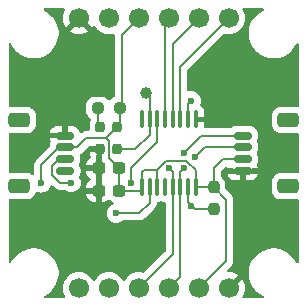
<source format=gbr>
%TF.GenerationSoftware,KiCad,Pcbnew,8.0.7*%
%TF.CreationDate,2025-02-08T23:44:29-05:00*%
%TF.ProjectId,QwiicUART-Board,51776969-6355-4415-9254-2d426f617264,0.0.2*%
%TF.SameCoordinates,PX853a720PY66f2fb0*%
%TF.FileFunction,Copper,L1,Top*%
%TF.FilePolarity,Positive*%
%FSLAX46Y46*%
G04 Gerber Fmt 4.6, Leading zero omitted, Abs format (unit mm)*
G04 Created by KiCad (PCBNEW 8.0.7) date 2025-02-08 23:44:29*
%MOMM*%
%LPD*%
G01*
G04 APERTURE LIST*
G04 Aperture macros list*
%AMRoundRect*
0 Rectangle with rounded corners*
0 $1 Rounding radius*
0 $2 $3 $4 $5 $6 $7 $8 $9 X,Y pos of 4 corners*
0 Add a 4 corners polygon primitive as box body*
4,1,4,$2,$3,$4,$5,$6,$7,$8,$9,$2,$3,0*
0 Add four circle primitives for the rounded corners*
1,1,$1+$1,$2,$3*
1,1,$1+$1,$4,$5*
1,1,$1+$1,$6,$7*
1,1,$1+$1,$8,$9*
0 Add four rect primitives between the rounded corners*
20,1,$1+$1,$2,$3,$4,$5,0*
20,1,$1+$1,$4,$5,$6,$7,0*
20,1,$1+$1,$6,$7,$8,$9,0*
20,1,$1+$1,$8,$9,$2,$3,0*%
G04 Aperture macros list end*
%TA.AperFunction,SMDPad,CuDef*%
%ADD10RoundRect,0.237500X0.250000X0.237500X-0.250000X0.237500X-0.250000X-0.237500X0.250000X-0.237500X0*%
%TD*%
%TA.AperFunction,SMDPad,CuDef*%
%ADD11RoundRect,0.100000X0.100000X-0.637500X0.100000X0.637500X-0.100000X0.637500X-0.100000X-0.637500X0*%
%TD*%
%TA.AperFunction,SMDPad,CuDef*%
%ADD12RoundRect,0.237500X-0.300000X-0.237500X0.300000X-0.237500X0.300000X0.237500X-0.300000X0.237500X0*%
%TD*%
%TA.AperFunction,SMDPad,CuDef*%
%ADD13RoundRect,0.150000X0.625000X-0.150000X0.625000X0.150000X-0.625000X0.150000X-0.625000X-0.150000X0*%
%TD*%
%TA.AperFunction,SMDPad,CuDef*%
%ADD14RoundRect,0.250000X0.650000X-0.350000X0.650000X0.350000X-0.650000X0.350000X-0.650000X-0.350000X0*%
%TD*%
%TA.AperFunction,ComponentPad*%
%ADD15C,1.000000*%
%TD*%
%TA.AperFunction,SMDPad,CuDef*%
%ADD16RoundRect,0.150000X-0.625000X0.150000X-0.625000X-0.150000X0.625000X-0.150000X0.625000X0.150000X0*%
%TD*%
%TA.AperFunction,SMDPad,CuDef*%
%ADD17RoundRect,0.250000X-0.650000X0.350000X-0.650000X-0.350000X0.650000X-0.350000X0.650000X0.350000X0*%
%TD*%
%TA.AperFunction,SMDPad,CuDef*%
%ADD18RoundRect,0.200000X-0.200000X-0.250000X0.200000X-0.250000X0.200000X0.250000X-0.200000X0.250000X0*%
%TD*%
%TA.AperFunction,SMDPad,CuDef*%
%ADD19RoundRect,0.237500X-0.237500X0.250000X-0.237500X-0.250000X0.237500X-0.250000X0.237500X0.250000X0*%
%TD*%
%TA.AperFunction,ComponentPad*%
%ADD20C,1.700000*%
%TD*%
%TA.AperFunction,ViaPad*%
%ADD21C,0.600000*%
%TD*%
%TA.AperFunction,Conductor*%
%ADD22C,0.200000*%
%TD*%
G04 APERTURE END LIST*
D10*
%TO.P,R2,1*%
%TO.N,+3.3V*%
X-2897500Y3810000D03*
%TO.P,R2,2*%
%TO.N,Net-(X1-Tri-State)*%
X-4722500Y3810000D03*
%TD*%
D11*
%TO.P,U1,1,VDD*%
%TO.N,+3.3V*%
X-1005000Y-2862500D03*
%TO.P,U1,2,A0/~{CS}*%
%TO.N,/A0*%
X-355000Y-2862500D03*
%TO.P,U1,3,A1/SI*%
%TO.N,+3.3V*%
X295000Y-2862500D03*
%TO.P,U1,4,SO*%
%TO.N,unconnected-(U1-SO-Pad4)*%
X945000Y-2862500D03*
%TO.P,U1,5,SCL/SCLK*%
%TO.N,/SCL*%
X1595000Y-2862500D03*
%TO.P,U1,6,SDA*%
%TO.N,/SDA*%
X2245000Y-2862500D03*
%TO.P,U1,7,~{IRQ}*%
%TO.N,/~{INT}*%
X2895000Y-2862500D03*
%TO.P,U1,8,I2C/~{SPI}*%
%TO.N,+3.3V*%
X3545000Y-2862500D03*
%TO.P,U1,9,VSS*%
%TO.N,GND*%
X3545000Y2862500D03*
%TO.P,U1,10,~{RTS}*%
%TO.N,/~{RTS}*%
X2895000Y2862500D03*
%TO.P,U1,11,~{CTS}*%
%TO.N,/~{CTS}*%
X2245000Y2862500D03*
%TO.P,U1,12,TX*%
%TO.N,/TX*%
X1595000Y2862500D03*
%TO.P,U1,13,RX*%
%TO.N,/RX*%
X945000Y2862500D03*
%TO.P,U1,14,~{RESET}*%
%TO.N,/~{RST}*%
X295000Y2862500D03*
%TO.P,U1,15,XTAL1*%
%TO.N,/CLK*%
X-355000Y2862500D03*
%TO.P,U1,16,XTAL2*%
%TO.N,unconnected-(U1-XTAL2-Pad16)*%
X-1005000Y2862500D03*
%TD*%
D12*
%TO.P,C1,1*%
%TO.N,GND*%
X-4672500Y-1270000D03*
%TO.P,C1,2*%
%TO.N,+3.3V*%
X-2947500Y-1270000D03*
%TD*%
%TO.P,C2,1*%
%TO.N,GND*%
X-4672500Y-3175000D03*
%TO.P,C2,2*%
%TO.N,+3.3V*%
X-2947500Y-3175000D03*
%TD*%
D13*
%TO.P,J2,1,Pin_1*%
%TO.N,GND*%
X7525000Y-1500000D03*
%TO.P,J2,2,Pin_2*%
%TO.N,+3.3V*%
X7525000Y-500000D03*
%TO.P,J2,3,Pin_3*%
%TO.N,/SDA*%
X7525000Y500000D03*
%TO.P,J2,4,Pin_4*%
%TO.N,/SCL*%
X7525000Y1500000D03*
D14*
%TO.P,J2,MP,MountPin*%
%TO.N,unconnected-(J2-MountPin-PadMP)_1*%
X11400000Y-2800000D03*
%TO.N,unconnected-(J2-MountPin-PadMP)*%
X11400000Y2800000D03*
%TD*%
D15*
%TO.P,TP1,1,1*%
%TO.N,/CLK*%
X-635000Y5080000D03*
%TD*%
D16*
%TO.P,J1,1,Pin_1*%
%TO.N,GND*%
X-7525000Y1500000D03*
%TO.P,J1,2,Pin_2*%
%TO.N,+3.3V*%
X-7525000Y500000D03*
%TO.P,J1,3,Pin_3*%
%TO.N,/SDA*%
X-7525000Y-500000D03*
%TO.P,J1,4,Pin_4*%
%TO.N,/SCL*%
X-7525000Y-1500000D03*
D17*
%TO.P,J1,MP,MountPin*%
%TO.N,unconnected-(J1-MountPin-PadMP)*%
X-11400000Y2800000D03*
%TO.N,unconnected-(J1-MountPin-PadMP)_1*%
X-11400000Y-2800000D03*
%TD*%
D18*
%TO.P,X1,1,Tri-State*%
%TO.N,Net-(X1-Tri-State)*%
X-4535000Y2195000D03*
%TO.P,X1,2,GND*%
%TO.N,GND*%
X-4535000Y345000D03*
%TO.P,X1,3,OUT*%
%TO.N,/CLK*%
X-3085000Y345000D03*
%TO.P,X1,4,VDD*%
%TO.N,+3.3V*%
X-3085000Y2195000D03*
%TD*%
D19*
%TO.P,R1,1*%
%TO.N,+3.3V*%
X5080000Y-2897500D03*
%TO.P,R1,2*%
%TO.N,/~{INT}*%
X5080000Y-4722500D03*
%TD*%
D20*
%TO.P,J4,1,Pin_1*%
%TO.N,GND*%
X6350000Y-11430000D03*
%TO.P,J4,2,Pin_2*%
%TO.N,+3.3V*%
X3810000Y-11430000D03*
%TO.P,J4,3,Pin_3*%
%TO.N,/SDA*%
X1270000Y-11430000D03*
%TO.P,J4,4,Pin_4*%
%TO.N,/SCL*%
X-1270000Y-11430000D03*
%TO.P,J4,5,Pin_5*%
%TO.N,/~{INT}*%
X-3810000Y-11430000D03*
%TO.P,J4,6,Pin_6*%
%TO.N,/~{RST}*%
X-6350000Y-11430000D03*
%TD*%
%TO.P,J3,1,Pin_1*%
%TO.N,GND*%
X-6350000Y11430000D03*
%TO.P,J3,2,Pin_2*%
%TO.N,/~{RTS}*%
X-3810000Y11430000D03*
%TO.P,J3,3,Pin_3*%
%TO.N,+3.3V*%
X-1270000Y11430000D03*
%TO.P,J3,4,Pin_4*%
%TO.N,/RX*%
X1270000Y11430000D03*
%TO.P,J3,5,Pin_5*%
%TO.N,/TX*%
X3810000Y11430000D03*
%TO.P,J3,6,Pin_6*%
%TO.N,/~{CTS}*%
X6350000Y11430000D03*
%TD*%
D21*
%TO.N,GND*%
X5080000Y2540000D03*
X9525000Y-5715000D03*
X-6985000Y-6350000D03*
X-7620000Y3810000D03*
X635000Y-5080000D03*
X-635000Y-6350000D03*
X10795000Y-5715000D03*
X-6350000Y3810000D03*
X-4445000Y-6350000D03*
X-9525000Y-6350000D03*
X5080000Y3810000D03*
%TO.N,+3.3V*%
X-9525000Y-2540000D03*
%TO.N,/SDA*%
X3492500Y-317500D03*
X-6985000Y-2500000D03*
X2540000Y-1270000D03*
%TO.N,/SCL*%
X-6985000Y-1500000D03*
X1270000Y-1270000D03*
X2540000Y0D03*
%TO.N,/~{RTS}*%
X3175000Y4445000D03*
%TO.N,/~{RST}*%
X-1905000Y-2540000D03*
%TO.N,/~{INT}*%
X3175000Y-4445000D03*
%TO.N,/A0*%
X-3175000Y-5095000D03*
%TD*%
D22*
%TO.N,+3.3V*%
X-3810000Y-407500D02*
X-3810000Y1070000D01*
X-1005000Y-3175000D02*
X-1005000Y-2862500D01*
X-2897500Y3810000D02*
X-2897500Y2382500D01*
X1056471Y-635000D02*
X2753530Y-635000D01*
X-2947500Y-1270000D02*
X-2947500Y-3175000D01*
X-3085000Y2195000D02*
X-4010000Y1270000D01*
X-6485000Y500000D02*
X-7525000Y500000D01*
X-2718750Y3988750D02*
X-2718750Y9981250D01*
X295000Y-1396471D02*
X-795699Y-1396471D01*
X6110000Y-9130000D02*
X3810000Y-11430000D01*
X5850000Y-500000D02*
X5080000Y-1270000D01*
X-9525000Y-1015000D02*
X-8010000Y500000D01*
X5080000Y-1270000D02*
X5080000Y-2897500D01*
X-2947500Y-3175000D02*
X-1005000Y-3175000D01*
X2753530Y-635000D02*
X3545000Y-1426470D01*
X6110000Y-3927500D02*
X6110000Y-9130000D01*
X295000Y-1396471D02*
X1056471Y-635000D01*
X-795699Y-1396471D02*
X-1005000Y-1605772D01*
X-2718750Y9981250D02*
X-1270000Y11430000D01*
X3545000Y-2862500D02*
X5045000Y-2862500D01*
X5045000Y-2862500D02*
X5080000Y-2897500D01*
X7525000Y-500000D02*
X5850000Y-500000D01*
X3545000Y-1426470D02*
X3545000Y-2862500D01*
X-1005000Y-1605772D02*
X-1005000Y-2862500D01*
X-5715000Y1270000D02*
X-6485000Y500000D01*
X-4010000Y1270000D02*
X-5715000Y1270000D01*
X-2897500Y3810000D02*
X-2718750Y3988750D01*
X-3810000Y1070000D02*
X-4010000Y1270000D01*
X-8010000Y500000D02*
X-7525000Y500000D01*
X-2897500Y2382500D02*
X-3085000Y2195000D01*
X-2947500Y-1270000D02*
X-3810000Y-407500D01*
X-9525000Y-2540000D02*
X-9525000Y-1015000D01*
X295000Y-2862500D02*
X295000Y-1396471D01*
X5080000Y-2897500D02*
X6110000Y-3927500D01*
%TO.N,/SDA*%
X2245000Y-10455000D02*
X1270000Y-11430000D01*
X2245000Y-2862500D02*
X2245000Y-1565000D01*
X-8600276Y-1840276D02*
X-8600276Y-1090276D01*
X2245000Y-1565000D02*
X2540000Y-1270000D01*
X-8010000Y-500000D02*
X-7525000Y-500000D01*
X2245000Y-2862500D02*
X2245000Y-10455000D01*
X7525000Y500000D02*
X4310000Y500000D01*
X4310000Y500000D02*
X3492500Y-317500D01*
X-8600276Y-1090276D02*
X-8010000Y-500000D01*
X-6985000Y-2500000D02*
X-7940552Y-2500000D01*
X-7940552Y-2500000D02*
X-8600276Y-1840276D01*
%TO.N,/SCL*%
X2540000Y0D02*
X4040000Y1500000D01*
X1595000Y-2862500D02*
X1595000Y-1595000D01*
X1595000Y-8565000D02*
X-1270000Y-11430000D01*
X1595000Y-1595000D02*
X1270000Y-1270000D01*
X4040000Y1500000D02*
X7525000Y1500000D01*
X1595000Y-2862500D02*
X1595000Y-8565000D01*
X-7525000Y-1500000D02*
X-6985000Y-1500000D01*
%TO.N,/RX*%
X945000Y2862500D02*
X945000Y11105000D01*
X945000Y11105000D02*
X1270000Y11430000D01*
%TO.N,/~{RTS}*%
X2895000Y4165000D02*
X3175000Y4445000D01*
X2895000Y2862500D02*
X2895000Y4165000D01*
%TO.N,/~{CTS}*%
X2245000Y2862500D02*
X2245000Y7325000D01*
X2245000Y7325000D02*
X6350000Y11430000D01*
%TO.N,/TX*%
X1595000Y9215000D02*
X3810000Y11430000D01*
X1595000Y2862500D02*
X1595000Y9215000D01*
%TO.N,/~{RST}*%
X295000Y930000D02*
X-1905000Y-1270000D01*
X-1905000Y-1270000D02*
X-1905000Y-2540000D01*
X295000Y2862500D02*
X295000Y930000D01*
%TO.N,/~{INT}*%
X5080000Y-4722500D02*
X3452500Y-4722500D01*
X2895000Y-2862500D02*
X2895000Y-4165000D01*
X3452500Y-4722500D02*
X3175000Y-4445000D01*
X2895000Y-4165000D02*
X3175000Y-4445000D01*
%TO.N,/A0*%
X-355000Y-4200000D02*
X-1250000Y-5095000D01*
X-1250000Y-5095000D02*
X-3175000Y-5095000D01*
X-355000Y-2862500D02*
X-355000Y-4200000D01*
%TO.N,Net-(X1-Tri-State)*%
X-4722500Y3810000D02*
X-4722500Y2382500D01*
X-4722500Y2382500D02*
X-4535000Y2195000D01*
%TO.N,/CLK*%
X-355000Y2862500D02*
X-355000Y4800000D01*
X-3085000Y345000D02*
X-1560000Y345000D01*
X-1560000Y345000D02*
X-355000Y1550000D01*
X-355000Y1550000D02*
X-355000Y2862500D01*
X-355000Y4800000D02*
X-635000Y5080000D01*
%TD*%
%TA.AperFunction,Conductor*%
%TO.N,GND*%
G36*
X-4591961Y575315D02*
G01*
X-4546206Y522511D01*
X-4535000Y471000D01*
X-4535000Y345000D01*
X-4534500Y345000D01*
X-4467461Y325315D01*
X-4421706Y272511D01*
X-4410500Y221000D01*
X-4410500Y-320830D01*
X-4410501Y-320848D01*
X-4410501Y-486554D01*
X-4410502Y-486554D01*
X-4407768Y-496756D01*
X-4379064Y-603883D01*
X-4380726Y-673731D01*
X-4411156Y-723655D01*
X-4422500Y-734999D01*
X-4422500Y-4149999D01*
X-4323360Y-4149999D01*
X-4323346Y-4149998D01*
X-4222348Y-4139680D01*
X-4058700Y-4085453D01*
X-4058689Y-4085448D01*
X-3911965Y-3994947D01*
X-3898040Y-3981021D01*
X-3836718Y-3947533D01*
X-3767027Y-3952514D01*
X-3722673Y-3981017D01*
X-3708350Y-3995340D01*
X-3561516Y-4085908D01*
X-3472247Y-4115489D01*
X-3414803Y-4155261D01*
X-3387980Y-4219776D01*
X-3400295Y-4288552D01*
X-3447838Y-4339752D01*
X-3470296Y-4350235D01*
X-3524521Y-4369209D01*
X-3677263Y-4465184D01*
X-3804816Y-4592737D01*
X-3900789Y-4745476D01*
X-3960369Y-4915745D01*
X-3960370Y-4915750D01*
X-3980565Y-5094996D01*
X-3980565Y-5095003D01*
X-3960370Y-5274249D01*
X-3960369Y-5274254D01*
X-3900789Y-5444523D01*
X-3804816Y-5597262D01*
X-3677262Y-5724816D01*
X-3524522Y-5820789D01*
X-3488993Y-5833221D01*
X-3354255Y-5880368D01*
X-3354250Y-5880369D01*
X-3175004Y-5900565D01*
X-3175000Y-5900565D01*
X-3174996Y-5900565D01*
X-2995751Y-5880369D01*
X-2995748Y-5880368D01*
X-2995745Y-5880368D01*
X-2825478Y-5820789D01*
X-2672738Y-5724816D01*
X-2672733Y-5724810D01*
X-2669903Y-5722555D01*
X-2667725Y-5721665D01*
X-2666842Y-5721111D01*
X-2666745Y-5721265D01*
X-2605217Y-5696145D01*
X-2592588Y-5695500D01*
X-1336669Y-5695500D01*
X-1336653Y-5695501D01*
X-1329057Y-5695501D01*
X-1170946Y-5695501D01*
X-1170943Y-5695501D01*
X-1018215Y-5654577D01*
X-968096Y-5625639D01*
X-881284Y-5575520D01*
X-769480Y-5463716D01*
X-769480Y-5463714D01*
X-759272Y-5453507D01*
X-759270Y-5453504D01*
X3506Y-4690728D01*
X3511Y-4690724D01*
X13714Y-4680520D01*
X13716Y-4680520D01*
X125520Y-4568716D01*
X179733Y-4474815D01*
X196946Y-4445002D01*
X196947Y-4445001D01*
X200042Y-4439638D01*
X204577Y-4431785D01*
X245500Y-4279057D01*
X245500Y-4224499D01*
X265185Y-4157460D01*
X317989Y-4111705D01*
X369500Y-4100499D01*
X434362Y-4100499D01*
X456520Y-4097581D01*
X551762Y-4085044D01*
X572545Y-4076434D01*
X642014Y-4068965D01*
X667453Y-4076434D01*
X688238Y-4085044D01*
X805639Y-4100500D01*
X870500Y-4100499D01*
X937538Y-4120183D01*
X983294Y-4172986D01*
X994500Y-4224499D01*
X994500Y-8264902D01*
X974815Y-8331941D01*
X958181Y-8352583D01*
X-786470Y-10097233D01*
X-847793Y-10130718D01*
X-906244Y-10129327D01*
X-1034587Y-10094938D01*
X-1034597Y-10094936D01*
X-1269999Y-10074341D01*
X-1270001Y-10074341D01*
X-1505404Y-10094936D01*
X-1505414Y-10094938D01*
X-1733656Y-10156094D01*
X-1733665Y-10156098D01*
X-1947829Y-10255964D01*
X-1947831Y-10255965D01*
X-2141403Y-10391505D01*
X-2308495Y-10558597D01*
X-2438425Y-10744158D01*
X-2493002Y-10787783D01*
X-2562500Y-10794977D01*
X-2624855Y-10763454D01*
X-2641575Y-10744158D01*
X-2771506Y-10558597D01*
X-2938598Y-10391506D01*
X-2938605Y-10391501D01*
X-3132166Y-10255967D01*
X-3132170Y-10255965D01*
X-3212533Y-10218491D01*
X-3346337Y-10156097D01*
X-3346341Y-10156096D01*
X-3346345Y-10156094D01*
X-3574587Y-10094938D01*
X-3574597Y-10094936D01*
X-3809999Y-10074341D01*
X-3810001Y-10074341D01*
X-4045404Y-10094936D01*
X-4045414Y-10094938D01*
X-4273656Y-10156094D01*
X-4273665Y-10156098D01*
X-4487829Y-10255964D01*
X-4487831Y-10255965D01*
X-4681403Y-10391505D01*
X-4848495Y-10558597D01*
X-4978425Y-10744158D01*
X-5033002Y-10787783D01*
X-5102500Y-10794977D01*
X-5164855Y-10763454D01*
X-5181575Y-10744158D01*
X-5311506Y-10558597D01*
X-5478598Y-10391506D01*
X-5478605Y-10391501D01*
X-5672166Y-10255967D01*
X-5672170Y-10255965D01*
X-5752533Y-10218491D01*
X-5886337Y-10156097D01*
X-5886341Y-10156096D01*
X-5886345Y-10156094D01*
X-6114587Y-10094938D01*
X-6114597Y-10094936D01*
X-6349999Y-10074341D01*
X-6350001Y-10074341D01*
X-6585404Y-10094936D01*
X-6585414Y-10094938D01*
X-6813656Y-10156094D01*
X-6813665Y-10156098D01*
X-7027829Y-10255964D01*
X-7027831Y-10255965D01*
X-7221403Y-10391505D01*
X-7388495Y-10558597D01*
X-7524035Y-10752169D01*
X-7524036Y-10752171D01*
X-7623902Y-10966335D01*
X-7623906Y-10966344D01*
X-7685062Y-11194586D01*
X-7685064Y-11194596D01*
X-7705659Y-11429999D01*
X-7705659Y-11430000D01*
X-7685064Y-11665403D01*
X-7685062Y-11665413D01*
X-7623906Y-11893655D01*
X-7623904Y-11893659D01*
X-7623903Y-11893663D01*
X-7551972Y-12047919D01*
X-7524035Y-12107830D01*
X-7521326Y-12112522D01*
X-7523320Y-12113673D01*
X-7504126Y-12170574D01*
X-7521132Y-12238343D01*
X-7572077Y-12286159D01*
X-7628028Y-12299500D01*
X-9212949Y-12299500D01*
X-9279988Y-12279815D01*
X-9325743Y-12227011D01*
X-9335687Y-12157853D01*
X-9306662Y-12094297D01*
X-9260401Y-12060939D01*
X-9228988Y-12047927D01*
X-9228985Y-12047925D01*
X-9228979Y-12047923D01*
X-8990521Y-11910249D01*
X-8772072Y-11742628D01*
X-8577372Y-11547928D01*
X-8409751Y-11329479D01*
X-8272077Y-11091021D01*
X-8166705Y-10836632D01*
X-8095440Y-10570666D01*
X-8059500Y-10297674D01*
X-8059500Y-10022326D01*
X-8095440Y-9749334D01*
X-8166705Y-9483368D01*
X-8272077Y-9228979D01*
X-8272079Y-9228976D01*
X-8272081Y-9228971D01*
X-8321268Y-9143778D01*
X-8409751Y-8990521D01*
X-8577372Y-8772072D01*
X-8577377Y-8772066D01*
X-8772067Y-8577376D01*
X-8772074Y-8577370D01*
X-8990517Y-8409754D01*
X-8990518Y-8409753D01*
X-8990521Y-8409751D01*
X-9089539Y-8352583D01*
X-9228972Y-8272080D01*
X-9228983Y-8272075D01*
X-9483370Y-8166704D01*
X-9616351Y-8131072D01*
X-9749334Y-8095440D01*
X-9749340Y-8095439D01*
X-9749345Y-8095438D01*
X-10022316Y-8059501D01*
X-10022321Y-8059500D01*
X-10022326Y-8059500D01*
X-10297674Y-8059500D01*
X-10297680Y-8059500D01*
X-10297685Y-8059501D01*
X-10570656Y-8095438D01*
X-10570663Y-8095439D01*
X-10570666Y-8095440D01*
X-10626875Y-8110500D01*
X-10836631Y-8166704D01*
X-11091018Y-8272075D01*
X-11091029Y-8272080D01*
X-11329484Y-8409754D01*
X-11547927Y-8577370D01*
X-11547934Y-8577376D01*
X-11742624Y-8772066D01*
X-11742630Y-8772073D01*
X-11910246Y-8990516D01*
X-12047920Y-9228971D01*
X-12047923Y-9228978D01*
X-12060939Y-9260402D01*
X-12104781Y-9314805D01*
X-12171075Y-9336869D01*
X-12238774Y-9319589D01*
X-12286384Y-9268452D01*
X-12299500Y-9212948D01*
X-12299500Y-4017433D01*
X-12279815Y-3950394D01*
X-12227011Y-3904639D01*
X-12162898Y-3894075D01*
X-12100009Y-3900500D01*
X-10699992Y-3900499D01*
X-10597203Y-3889999D01*
X-10430666Y-3834814D01*
X-10281344Y-3742712D01*
X-10157288Y-3618656D01*
X-10065186Y-3469334D01*
X-10062641Y-3461654D01*
X-5709999Y-3461654D01*
X-5699681Y-3562652D01*
X-5645454Y-3726300D01*
X-5645449Y-3726311D01*
X-5554948Y-3873034D01*
X-5554945Y-3873038D01*
X-5433039Y-3994944D01*
X-5433035Y-3994947D01*
X-5286312Y-4085448D01*
X-5286301Y-4085453D01*
X-5122653Y-4139680D01*
X-5021649Y-4149999D01*
X-4922500Y-4149998D01*
X-4922500Y-3425000D01*
X-5709999Y-3425000D01*
X-5709999Y-3461654D01*
X-10062641Y-3461654D01*
X-10024593Y-3346830D01*
X-9984822Y-3289388D01*
X-9920306Y-3262564D01*
X-9865933Y-3268795D01*
X-9704263Y-3325366D01*
X-9704257Y-3325367D01*
X-9704255Y-3325368D01*
X-9704254Y-3325368D01*
X-9704250Y-3325369D01*
X-9525004Y-3345565D01*
X-9525000Y-3345565D01*
X-9524996Y-3345565D01*
X-9345751Y-3325369D01*
X-9345748Y-3325368D01*
X-9345745Y-3325368D01*
X-9175478Y-3265789D01*
X-9022738Y-3169816D01*
X-8895184Y-3042262D01*
X-8799211Y-2889522D01*
X-8760978Y-2780256D01*
X-8720258Y-2723483D01*
X-8655305Y-2697735D01*
X-8586743Y-2711191D01*
X-8556256Y-2733532D01*
X-8509529Y-2780259D01*
X-8309268Y-2980520D01*
X-8309266Y-2980521D01*
X-8309262Y-2980524D01*
X-8234367Y-3023764D01*
X-8172336Y-3059577D01*
X-8019609Y-3100501D01*
X-8019607Y-3100501D01*
X-7853898Y-3100501D01*
X-7853882Y-3100500D01*
X-7567412Y-3100500D01*
X-7500373Y-3120185D01*
X-7490097Y-3127555D01*
X-7487264Y-3129814D01*
X-7487262Y-3129816D01*
X-7334522Y-3225789D01*
X-7211618Y-3268795D01*
X-7164255Y-3285368D01*
X-7164250Y-3285369D01*
X-6985004Y-3305565D01*
X-6985000Y-3305565D01*
X-6984996Y-3305565D01*
X-6805751Y-3285369D01*
X-6805748Y-3285368D01*
X-6805745Y-3285368D01*
X-6635478Y-3225789D01*
X-6482738Y-3129816D01*
X-6355184Y-3002262D01*
X-6283605Y-2888345D01*
X-5710000Y-2888345D01*
X-5710000Y-2925000D01*
X-4922500Y-2925000D01*
X-4922500Y-1520000D01*
X-5709999Y-1520000D01*
X-5709999Y-1556654D01*
X-5699681Y-1657652D01*
X-5645454Y-1821300D01*
X-5645449Y-1821311D01*
X-5554948Y-1968034D01*
X-5554945Y-1968038D01*
X-5433039Y-2089944D01*
X-5433035Y-2089947D01*
X-5389238Y-2116962D01*
X-5342513Y-2168910D01*
X-5331292Y-2237873D01*
X-5359135Y-2301955D01*
X-5389238Y-2328038D01*
X-5433035Y-2355052D01*
X-5433039Y-2355055D01*
X-5554945Y-2476961D01*
X-5554948Y-2476965D01*
X-5645449Y-2623688D01*
X-5645454Y-2623699D01*
X-5699681Y-2787347D01*
X-5710000Y-2888345D01*
X-6283605Y-2888345D01*
X-6259211Y-2849522D01*
X-6199632Y-2679255D01*
X-6179435Y-2500000D01*
X-6182031Y-2476961D01*
X-6199631Y-2320750D01*
X-6199632Y-2320745D01*
X-6246555Y-2186648D01*
X-6259211Y-2150478D01*
X-6259212Y-2150476D01*
X-6312243Y-2066078D01*
X-6331243Y-1998841D01*
X-6313990Y-1936999D01*
X-6311779Y-1933261D01*
X-6310121Y-1930542D01*
X-6259211Y-1849522D01*
X-6205267Y-1695360D01*
X-6199634Y-1679262D01*
X-6199631Y-1679249D01*
X-6179435Y-1500003D01*
X-6179435Y-1499996D01*
X-6199631Y-1320750D01*
X-6199632Y-1320745D01*
X-6206716Y-1300499D01*
X-6259211Y-1150478D01*
X-6310082Y-1069518D01*
X-6311806Y-1066691D01*
X-6312329Y-1065807D01*
X-6313909Y-1063136D01*
X-6331101Y-995417D01*
X-6327557Y-983345D01*
X-5710000Y-983345D01*
X-5710000Y-1020000D01*
X-4922500Y-1020000D01*
X-4922500Y-289000D01*
X-4902815Y-221961D01*
X-4850011Y-176206D01*
X-4798500Y-165000D01*
X-4785000Y-165000D01*
X-4785000Y95000D01*
X-5434999Y95000D01*
X-5434999Y38418D01*
X-5428592Y-32102D01*
X-5428591Y-32107D01*
X-5378019Y-194396D01*
X-5343966Y-250727D01*
X-5326130Y-318282D01*
X-5347648Y-384755D01*
X-5384985Y-420415D01*
X-5433038Y-450054D01*
X-5554945Y-571961D01*
X-5554948Y-571965D01*
X-5645449Y-718688D01*
X-5645454Y-718699D01*
X-5699681Y-882347D01*
X-5710000Y-983345D01*
X-6327557Y-983345D01*
X-6313918Y-936879D01*
X-6298256Y-910398D01*
X-6252402Y-752569D01*
X-6249500Y-715694D01*
X-6249500Y-284306D01*
X-6252402Y-247431D01*
X-6272131Y-179524D01*
X-6271932Y-109657D01*
X-6233991Y-50986D01*
X-6215062Y-37547D01*
X-6203096Y-30639D01*
X-6116284Y19480D01*
X-6004480Y131284D01*
X-6004480Y131286D01*
X-5994272Y141493D01*
X-5994271Y141496D01*
X-5575563Y560203D01*
X-5514241Y593687D01*
X-5486362Y591694D01*
X-5486362Y595000D01*
X-4659000Y595000D01*
X-4591961Y575315D01*
G37*
%TD.AperFunction*%
%TA.AperFunction,Conductor*%
G36*
X9279988Y12279815D02*
G01*
X9325743Y12227011D01*
X9335687Y12157853D01*
X9306662Y12094297D01*
X9260401Y12060939D01*
X9228987Y12047928D01*
X9228971Y12047920D01*
X8990516Y11910246D01*
X8772073Y11742630D01*
X8772066Y11742624D01*
X8577376Y11547934D01*
X8577370Y11547927D01*
X8409754Y11329484D01*
X8272080Y11091029D01*
X8272075Y11091018D01*
X8166704Y10836631D01*
X8095441Y10570669D01*
X8095438Y10570656D01*
X8059501Y10297685D01*
X8059500Y10297668D01*
X8059500Y10022333D01*
X8059501Y10022316D01*
X8095438Y9749345D01*
X8095439Y9749340D01*
X8095440Y9749334D01*
X8095441Y9749332D01*
X8166704Y9483370D01*
X8272075Y9228983D01*
X8272080Y9228972D01*
X8354861Y9085593D01*
X8409751Y8990521D01*
X8409753Y8990518D01*
X8409754Y8990517D01*
X8577370Y8772074D01*
X8577376Y8772067D01*
X8772066Y8577377D01*
X8772072Y8577372D01*
X8990521Y8409751D01*
X9094380Y8349788D01*
X9228971Y8272081D01*
X9228976Y8272079D01*
X9228979Y8272077D01*
X9483368Y8166705D01*
X9749334Y8095440D01*
X10022326Y8059500D01*
X10022333Y8059500D01*
X10297667Y8059500D01*
X10297674Y8059500D01*
X10570666Y8095440D01*
X10836632Y8166705D01*
X11091021Y8272077D01*
X11329479Y8409751D01*
X11547928Y8577372D01*
X11742628Y8772072D01*
X11910249Y8990521D01*
X12047923Y9228979D01*
X12047927Y9228988D01*
X12060939Y9260401D01*
X12104780Y9314805D01*
X12171074Y9336870D01*
X12238773Y9319591D01*
X12286384Y9268454D01*
X12299500Y9212949D01*
X12299500Y4017434D01*
X12279815Y3950395D01*
X12227011Y3904640D01*
X12162899Y3894076D01*
X12100012Y3900500D01*
X10699998Y3900500D01*
X10699981Y3900499D01*
X10597203Y3890000D01*
X10597200Y3889999D01*
X10430668Y3834815D01*
X10430663Y3834813D01*
X10281342Y3742711D01*
X10157289Y3618658D01*
X10065187Y3469337D01*
X10065185Y3469332D01*
X10041239Y3397067D01*
X10010001Y3302797D01*
X10010001Y3302796D01*
X10010000Y3302796D01*
X9999500Y3200017D01*
X9999500Y2399999D01*
X9999501Y2399981D01*
X10010000Y2297204D01*
X10010001Y2297201D01*
X10052787Y2168083D01*
X10065186Y2130666D01*
X10157288Y1981344D01*
X10281344Y1857288D01*
X10430666Y1765186D01*
X10597203Y1710001D01*
X10699991Y1699500D01*
X12100008Y1699501D01*
X12162899Y1705926D01*
X12231590Y1693157D01*
X12282475Y1645277D01*
X12299500Y1582568D01*
X12299500Y-1582566D01*
X12279815Y-1649605D01*
X12227011Y-1695360D01*
X12162899Y-1705924D01*
X12100012Y-1699500D01*
X10699998Y-1699500D01*
X10699981Y-1699501D01*
X10597203Y-1710000D01*
X10597200Y-1710001D01*
X10430668Y-1765185D01*
X10430663Y-1765187D01*
X10281342Y-1857289D01*
X10157289Y-1981342D01*
X10065187Y-2130663D01*
X10065185Y-2130668D01*
X10046969Y-2185640D01*
X10010001Y-2297203D01*
X10010001Y-2297204D01*
X10010000Y-2297204D01*
X9999500Y-2399983D01*
X9999500Y-3200001D01*
X9999501Y-3200019D01*
X10010000Y-3302796D01*
X10010001Y-3302799D01*
X10024593Y-3346833D01*
X10065186Y-3469334D01*
X10157288Y-3618656D01*
X10281344Y-3742712D01*
X10430666Y-3834814D01*
X10597203Y-3889999D01*
X10699991Y-3900500D01*
X12100008Y-3900499D01*
X12162899Y-3894074D01*
X12231590Y-3906843D01*
X12282475Y-3954723D01*
X12299500Y-4017432D01*
X12299500Y-9212948D01*
X12279815Y-9279987D01*
X12227011Y-9325742D01*
X12157853Y-9335686D01*
X12094297Y-9306661D01*
X12060939Y-9260402D01*
X12047924Y-9228982D01*
X12047923Y-9228979D01*
X12047920Y-9228975D01*
X12047919Y-9228971D01*
X11998732Y-9143778D01*
X11910249Y-8990521D01*
X11742628Y-8772072D01*
X11742623Y-8772066D01*
X11547933Y-8577376D01*
X11547926Y-8577370D01*
X11329483Y-8409754D01*
X11329482Y-8409753D01*
X11329479Y-8409751D01*
X11230461Y-8352583D01*
X11091028Y-8272080D01*
X11091017Y-8272075D01*
X10836630Y-8166704D01*
X10703649Y-8131072D01*
X10570666Y-8095440D01*
X10570660Y-8095439D01*
X10570655Y-8095438D01*
X10297684Y-8059501D01*
X10297679Y-8059500D01*
X10297674Y-8059500D01*
X10022326Y-8059500D01*
X10022320Y-8059500D01*
X10022315Y-8059501D01*
X9749344Y-8095438D01*
X9749337Y-8095439D01*
X9749334Y-8095440D01*
X9693125Y-8110500D01*
X9483369Y-8166704D01*
X9228982Y-8272075D01*
X9228971Y-8272080D01*
X8990516Y-8409754D01*
X8772073Y-8577370D01*
X8772066Y-8577376D01*
X8577376Y-8772066D01*
X8577370Y-8772073D01*
X8409754Y-8990516D01*
X8272080Y-9228971D01*
X8272075Y-9228982D01*
X8166704Y-9483369D01*
X8095441Y-9749331D01*
X8095438Y-9749344D01*
X8059501Y-10022315D01*
X8059500Y-10022332D01*
X8059500Y-10297667D01*
X8059501Y-10297684D01*
X8095438Y-10570655D01*
X8095439Y-10570660D01*
X8095440Y-10570666D01*
X8095441Y-10570668D01*
X8166704Y-10836630D01*
X8272075Y-11091017D01*
X8272080Y-11091028D01*
X8354861Y-11234407D01*
X8409751Y-11329479D01*
X8409753Y-11329482D01*
X8409754Y-11329483D01*
X8577370Y-11547926D01*
X8577376Y-11547933D01*
X8772066Y-11742623D01*
X8772072Y-11742628D01*
X8990521Y-11910249D01*
X9143778Y-11998732D01*
X9228971Y-12047919D01*
X9228987Y-12047927D01*
X9260401Y-12060939D01*
X9314805Y-12104780D01*
X9336870Y-12171074D01*
X9319591Y-12238773D01*
X9268454Y-12286384D01*
X9212949Y-12299500D01*
X7627417Y-12299500D01*
X7560378Y-12279815D01*
X7514623Y-12227011D01*
X7504679Y-12157853D01*
X7522381Y-12113131D01*
X7520891Y-12112271D01*
X7523599Y-12107579D01*
X7623429Y-11893492D01*
X7623433Y-11893483D01*
X7684567Y-11665326D01*
X7684569Y-11665315D01*
X7705157Y-11430001D01*
X7705157Y-11429998D01*
X7684569Y-11194684D01*
X7684567Y-11194673D01*
X7623433Y-10966516D01*
X7623429Y-10966507D01*
X7523601Y-10752424D01*
X7464925Y-10668626D01*
X6832962Y-11300589D01*
X6815925Y-11237007D01*
X6750099Y-11122993D01*
X6657007Y-11029901D01*
X6542993Y-10964075D01*
X6479408Y-10947037D01*
X7111372Y-10315073D01*
X7027576Y-10256398D01*
X6813492Y-10156570D01*
X6813483Y-10156566D01*
X6585326Y-10095432D01*
X6585315Y-10095430D01*
X6350002Y-10074843D01*
X6349997Y-10074843D01*
X6321602Y-10077327D01*
X6253103Y-10063560D01*
X6202920Y-10014944D01*
X6186987Y-9946916D01*
X6210363Y-9881072D01*
X6223109Y-9866124D01*
X6478713Y-9610521D01*
X6478716Y-9610520D01*
X6590520Y-9498716D01*
X6640639Y-9411904D01*
X6669577Y-9361785D01*
X6710500Y-9209058D01*
X6710500Y-9050943D01*
X6710500Y-4016559D01*
X6710501Y-4016546D01*
X6710501Y-3848445D01*
X6710501Y-3848443D01*
X6669577Y-3695715D01*
X6647087Y-3656762D01*
X6637083Y-3639434D01*
X6637082Y-3639433D01*
X6590521Y-3558786D01*
X6590520Y-3558784D01*
X6478716Y-3446980D01*
X6478715Y-3446979D01*
X6474385Y-3442649D01*
X6474374Y-3442639D01*
X6091818Y-3060083D01*
X6058333Y-2998760D01*
X6055499Y-2972402D01*
X6055499Y-2598330D01*
X6055498Y-2598313D01*
X6045174Y-2497247D01*
X6012946Y-2399991D01*
X5990908Y-2333484D01*
X5900340Y-2186650D01*
X5778350Y-2064660D01*
X5778349Y-2064659D01*
X5739402Y-2040636D01*
X5692678Y-1988687D01*
X5680500Y-1935098D01*
X5680500Y-1750001D01*
X6252704Y-1750001D01*
X6252899Y-1752486D01*
X6298718Y-1910198D01*
X6382314Y-2051552D01*
X6382321Y-2051561D01*
X6498438Y-2167678D01*
X6498447Y-2167685D01*
X6639803Y-2251282D01*
X6639806Y-2251283D01*
X6797504Y-2297099D01*
X6797510Y-2297100D01*
X6834350Y-2299999D01*
X6834366Y-2300000D01*
X7275000Y-2300000D01*
X7775000Y-2300000D01*
X8215634Y-2300000D01*
X8215649Y-2299999D01*
X8252489Y-2297100D01*
X8252495Y-2297099D01*
X8410193Y-2251283D01*
X8410196Y-2251282D01*
X8551552Y-2167685D01*
X8551561Y-2167678D01*
X8667678Y-2051561D01*
X8667685Y-2051552D01*
X8751281Y-1910198D01*
X8797100Y-1752486D01*
X8797295Y-1750001D01*
X8797295Y-1750000D01*
X7775000Y-1750000D01*
X7775000Y-2300000D01*
X7275000Y-2300000D01*
X7275000Y-1750000D01*
X6252705Y-1750000D01*
X6252704Y-1750001D01*
X5680500Y-1750001D01*
X5680500Y-1570097D01*
X5700185Y-1503058D01*
X5716819Y-1482416D01*
X5878490Y-1320745D01*
X6040959Y-1158275D01*
X6102280Y-1124792D01*
X6171971Y-1129776D01*
X6227905Y-1171647D01*
X6252322Y-1237112D01*
X6252277Y-1249537D01*
X6252705Y-1250000D01*
X6615950Y-1250000D01*
X6650545Y-1254924D01*
X6797426Y-1297597D01*
X6797429Y-1297597D01*
X6797431Y-1297598D01*
X6834306Y-1300500D01*
X6834314Y-1300500D01*
X8215686Y-1300500D01*
X8215694Y-1300500D01*
X8252569Y-1297598D01*
X8252571Y-1297597D01*
X8252573Y-1297597D01*
X8399455Y-1254924D01*
X8434050Y-1250000D01*
X8797295Y-1250000D01*
X8797295Y-1249998D01*
X8797100Y-1247511D01*
X8797099Y-1247505D01*
X8751283Y-1089806D01*
X8751282Y-1089803D01*
X8735792Y-1063610D01*
X8718611Y-995886D01*
X8735793Y-937369D01*
X8751744Y-910398D01*
X8797598Y-752569D01*
X8800500Y-715694D01*
X8800500Y-284306D01*
X8797598Y-247431D01*
X8797597Y-247429D01*
X8797597Y-247426D01*
X8760629Y-120185D01*
X8751744Y-89602D01*
X8751742Y-89598D01*
X8736084Y-63122D01*
X8718900Y4601D01*
X8736084Y63122D01*
X8751742Y89599D01*
X8751744Y89602D01*
X8797598Y247431D01*
X8800500Y284306D01*
X8800500Y715694D01*
X8797598Y752569D01*
X8788068Y785370D01*
X8751745Y910394D01*
X8751745Y910395D01*
X8751744Y910398D01*
X8736084Y936878D01*
X8718900Y1004601D01*
X8736084Y1063122D01*
X8751742Y1089599D01*
X8751744Y1089602D01*
X8797598Y1247431D01*
X8800500Y1284306D01*
X8800500Y1715694D01*
X8797598Y1752569D01*
X8793932Y1765186D01*
X8751745Y1910394D01*
X8751744Y1910397D01*
X8751744Y1910398D01*
X8668081Y2051865D01*
X8668079Y2051867D01*
X8668076Y2051871D01*
X8551870Y2168077D01*
X8551862Y2168083D01*
X8456465Y2224500D01*
X8410398Y2251744D01*
X8410397Y2251745D01*
X8410396Y2251745D01*
X8410393Y2251746D01*
X8252573Y2297598D01*
X8252567Y2297599D01*
X8215701Y2300500D01*
X8215694Y2300500D01*
X6834306Y2300500D01*
X6834298Y2300500D01*
X6797432Y2297599D01*
X6797426Y2297598D01*
X6639606Y2251746D01*
X6639603Y2251745D01*
X6498137Y2168083D01*
X6498129Y2168077D01*
X6466874Y2136820D01*
X6405552Y2103334D01*
X6379192Y2100500D01*
X4369000Y2100500D01*
X4301961Y2120185D01*
X4256206Y2172989D01*
X4245000Y2224500D01*
X4245000Y2662500D01*
X3719500Y2662500D01*
X3652461Y2682185D01*
X3606706Y2734989D01*
X3595500Y2786499D01*
X3595499Y2938499D01*
X3615183Y3005539D01*
X3667987Y3051294D01*
X3719499Y3062500D01*
X4244999Y3062500D01*
X4244999Y3539325D01*
X4229557Y3656629D01*
X4229555Y3656634D01*
X4169100Y3802586D01*
X4072924Y3927925D01*
X3962197Y4012889D01*
X3920995Y4069317D01*
X3916840Y4139063D01*
X3920637Y4152201D01*
X3960368Y4265745D01*
X3960369Y4265751D01*
X3980565Y4444997D01*
X3980565Y4445004D01*
X3960369Y4624250D01*
X3960368Y4624255D01*
X3926548Y4720907D01*
X3900789Y4794522D01*
X3804816Y4947262D01*
X3677262Y5074816D01*
X3669012Y5080000D01*
X3524523Y5170789D01*
X3354254Y5230369D01*
X3354249Y5230370D01*
X3175004Y5250565D01*
X3174996Y5250565D01*
X2988825Y5229589D01*
X2988644Y5231193D01*
X2927352Y5234950D01*
X2870995Y5276250D01*
X2845912Y5341462D01*
X2845500Y5351567D01*
X2845500Y7024903D01*
X2865185Y7091942D01*
X2881819Y7112584D01*
X4346612Y8577377D01*
X5866470Y10097236D01*
X5927791Y10130719D01*
X5986242Y10129328D01*
X6021552Y10119867D01*
X6114592Y10094937D01*
X6302918Y10078461D01*
X6349999Y10074341D01*
X6350000Y10074341D01*
X6350001Y10074341D01*
X6389234Y10077774D01*
X6585408Y10094937D01*
X6813663Y10156097D01*
X7027830Y10255965D01*
X7221401Y10391505D01*
X7388495Y10558599D01*
X7524035Y10752170D01*
X7623903Y10966337D01*
X7685063Y11194592D01*
X7705659Y11430000D01*
X7685063Y11665408D01*
X7623903Y11893663D01*
X7524035Y12107829D01*
X7521329Y12112516D01*
X7523325Y12113669D01*
X7504126Y12170549D01*
X7521118Y12238321D01*
X7572053Y12286148D01*
X7628027Y12299500D01*
X9212949Y12299500D01*
X9279988Y12279815D01*
G37*
%TD.AperFunction*%
%TA.AperFunction,Conductor*%
G36*
X-7560378Y12279815D02*
G01*
X-7514623Y12227011D01*
X-7504679Y12157853D01*
X-7522377Y12113121D01*
X-7520894Y12112265D01*
X-7523601Y12107578D01*
X-7623430Y11893493D01*
X-7623434Y11893484D01*
X-7684568Y11665327D01*
X-7684570Y11665316D01*
X-7705157Y11430002D01*
X-7705157Y11430000D01*
X-7684570Y11194685D01*
X-7684568Y11194674D01*
X-7623434Y10966517D01*
X-7623430Y10966508D01*
X-7523602Y10752424D01*
X-7464927Y10668628D01*
X-6832963Y11300592D01*
X-6815925Y11237007D01*
X-6750099Y11122993D01*
X-6657007Y11029901D01*
X-6542993Y10964075D01*
X-6479409Y10947038D01*
X-7111374Y10315074D01*
X-7027583Y10256402D01*
X-7027579Y10256400D01*
X-6813493Y10156571D01*
X-6813484Y10156567D01*
X-6585327Y10095433D01*
X-6585316Y10095431D01*
X-6350002Y10074843D01*
X-6349998Y10074843D01*
X-6114685Y10095431D01*
X-6114674Y10095433D01*
X-5886517Y10156567D01*
X-5886508Y10156571D01*
X-5672420Y10256401D01*
X-5588629Y10315075D01*
X-6220592Y10947038D01*
X-6157007Y10964075D01*
X-6042993Y11029901D01*
X-5949901Y11122993D01*
X-5884075Y11237007D01*
X-5867038Y11300592D01*
X-5235075Y10668629D01*
X-5181880Y10744596D01*
X-5127303Y10788220D01*
X-5057804Y10795412D01*
X-4995450Y10763889D01*
X-4978732Y10744596D01*
X-4848495Y10558599D01*
X-4681401Y10391505D01*
X-4584616Y10323735D01*
X-4487835Y10255968D01*
X-4487833Y10255967D01*
X-4487830Y10255965D01*
X-4273663Y10156097D01*
X-4045408Y10094937D01*
X-3857082Y10078461D01*
X-3810001Y10074341D01*
X-3810000Y10074341D01*
X-3809999Y10074341D01*
X-3770766Y10077774D01*
X-3574592Y10094937D01*
X-3475344Y10121530D01*
X-3405494Y10119867D01*
X-3347632Y10080704D01*
X-3320128Y10016476D01*
X-3319251Y10001755D01*
X-3319251Y9892204D01*
X-3319250Y9892191D01*
X-3319250Y4857592D01*
X-3338935Y4790553D01*
X-3391739Y4744798D01*
X-3404245Y4739886D01*
X-3461516Y4720908D01*
X-3608352Y4630339D01*
X-3722319Y4516371D01*
X-3783642Y4482886D01*
X-3853334Y4487870D01*
X-3897681Y4516371D01*
X-4011649Y4630339D01*
X-4011650Y4630340D01*
X-4158484Y4720908D01*
X-4322247Y4775174D01*
X-4322249Y4775175D01*
X-4423322Y4785500D01*
X-5021670Y4785500D01*
X-5021688Y4785499D01*
X-5122753Y4775175D01*
X-5286516Y4720908D01*
X-5286519Y4720907D01*
X-5433352Y4630339D01*
X-5555339Y4508352D01*
X-5645907Y4361519D01*
X-5645908Y4361516D01*
X-5700174Y4197753D01*
X-5700174Y4197752D01*
X-5700175Y4197752D01*
X-5710500Y4096685D01*
X-5710500Y3523331D01*
X-5710499Y3523313D01*
X-5700175Y3422248D01*
X-5645908Y3258485D01*
X-5645907Y3258482D01*
X-5611605Y3202871D01*
X-5555340Y3111650D01*
X-5433350Y2989660D01*
X-5385671Y2960251D01*
X-5338947Y2908304D01*
X-5327724Y2839341D01*
X-5344651Y2790564D01*
X-5378477Y2734609D01*
X-5429087Y2572193D01*
X-5435500Y2501614D01*
X-5435500Y1994500D01*
X-5455185Y1927461D01*
X-5507989Y1881706D01*
X-5559500Y1870500D01*
X-5794060Y1870500D01*
X-5834981Y1859536D01*
X-5834981Y1859535D01*
X-5872249Y1849549D01*
X-5946786Y1829577D01*
X-5946791Y1829574D01*
X-6090755Y1746457D01*
X-6092470Y1749428D01*
X-6142936Y1729973D01*
X-6211368Y1744078D01*
X-6261310Y1792940D01*
X-6272211Y1818958D01*
X-6298719Y1910199D01*
X-6382315Y2051553D01*
X-6382322Y2051562D01*
X-6498439Y2167679D01*
X-6498448Y2167686D01*
X-6639804Y2251283D01*
X-6639807Y2251284D01*
X-6797505Y2297100D01*
X-6797511Y2297101D01*
X-6834351Y2300000D01*
X-7275000Y2300000D01*
X-7275000Y1624000D01*
X-7294685Y1556961D01*
X-7347489Y1511206D01*
X-7399000Y1500000D01*
X-7525000Y1500000D01*
X-7525000Y1424500D01*
X-7544685Y1357461D01*
X-7597489Y1311706D01*
X-7649000Y1300500D01*
X-8215702Y1300500D01*
X-8252568Y1297599D01*
X-8252574Y1297598D01*
X-8399455Y1254924D01*
X-8434050Y1250000D01*
X-8797295Y1250000D01*
X-8797296Y1249999D01*
X-8797101Y1247512D01*
X-8797100Y1247506D01*
X-8751284Y1089807D01*
X-8751283Y1089804D01*
X-8735793Y1063612D01*
X-8718611Y995888D01*
X-8735793Y937373D01*
X-8751742Y910405D01*
X-8751746Y910395D01*
X-8797598Y752574D01*
X-8797599Y752568D01*
X-8800500Y715702D01*
X-8800500Y610098D01*
X-8820185Y543059D01*
X-8836819Y522417D01*
X-10005519Y-646282D01*
X-10005525Y-646290D01*
X-10047204Y-718482D01*
X-10047204Y-718484D01*
X-10084577Y-783214D01*
X-10084577Y-783215D01*
X-10125501Y-935943D01*
X-10125501Y-935945D01*
X-10125501Y-1104046D01*
X-10125500Y-1104059D01*
X-10125500Y-1731239D01*
X-10145185Y-1798278D01*
X-10197989Y-1844033D01*
X-10267147Y-1853977D01*
X-10314596Y-1836778D01*
X-10430666Y-1765186D01*
X-10597203Y-1710001D01*
X-10597205Y-1710000D01*
X-10699990Y-1699500D01*
X-12100002Y-1699500D01*
X-12100020Y-1699501D01*
X-12162899Y-1705925D01*
X-12231592Y-1693155D01*
X-12282476Y-1645274D01*
X-12299500Y-1582567D01*
X-12299500Y1582567D01*
X-12279815Y1649606D01*
X-12227011Y1695361D01*
X-12162898Y1705925D01*
X-12100009Y1699500D01*
X-10699992Y1699501D01*
X-10690574Y1700463D01*
X-10637095Y1705926D01*
X-10597203Y1710001D01*
X-10476488Y1750002D01*
X-8797296Y1750002D01*
X-8797295Y1750000D01*
X-7775000Y1750000D01*
X-7775000Y2300000D01*
X-8215650Y2300000D01*
X-8252490Y2297101D01*
X-8252496Y2297100D01*
X-8410194Y2251284D01*
X-8410197Y2251283D01*
X-8551553Y2167686D01*
X-8551562Y2167679D01*
X-8667679Y2051562D01*
X-8667686Y2051553D01*
X-8751282Y1910199D01*
X-8797101Y1752487D01*
X-8797296Y1750002D01*
X-10476488Y1750002D01*
X-10430666Y1765186D01*
X-10281344Y1857288D01*
X-10157288Y1981344D01*
X-10065186Y2130666D01*
X-10010001Y2297203D01*
X-9999500Y2399991D01*
X-9999501Y3200008D01*
X-10010001Y3302797D01*
X-10065186Y3469334D01*
X-10157288Y3618656D01*
X-10281344Y3742712D01*
X-10378829Y3802841D01*
X-10430664Y3834813D01*
X-10430669Y3834815D01*
X-10432138Y3835302D01*
X-10597203Y3889999D01*
X-10597205Y3890000D01*
X-10699990Y3900500D01*
X-12100002Y3900500D01*
X-12100020Y3900499D01*
X-12162899Y3894075D01*
X-12231592Y3906845D01*
X-12282476Y3954726D01*
X-12299500Y4017433D01*
X-12299500Y9212949D01*
X-12279815Y9279988D01*
X-12227011Y9325743D01*
X-12157853Y9335687D01*
X-12094297Y9306662D01*
X-12060939Y9260401D01*
X-12047928Y9228988D01*
X-12047920Y9228972D01*
X-11965139Y9085593D01*
X-11910249Y8990521D01*
X-11910247Y8990518D01*
X-11910246Y8990517D01*
X-11742630Y8772074D01*
X-11742624Y8772067D01*
X-11547934Y8577377D01*
X-11547928Y8577372D01*
X-11329479Y8409751D01*
X-11225620Y8349788D01*
X-11091029Y8272081D01*
X-11091024Y8272079D01*
X-11091021Y8272077D01*
X-10836632Y8166705D01*
X-10570666Y8095440D01*
X-10297674Y8059500D01*
X-10297667Y8059500D01*
X-10022333Y8059500D01*
X-10022326Y8059500D01*
X-9749334Y8095440D01*
X-9483368Y8166705D01*
X-9228979Y8272077D01*
X-8990521Y8409751D01*
X-8772072Y8577372D01*
X-8577372Y8772072D01*
X-8409751Y8990521D01*
X-8272077Y9228979D01*
X-8166705Y9483368D01*
X-8095440Y9749334D01*
X-8059500Y10022326D01*
X-8059500Y10297674D01*
X-8095440Y10570666D01*
X-8166705Y10836632D01*
X-8272077Y11091021D01*
X-8272079Y11091024D01*
X-8272081Y11091029D01*
X-8331928Y11194685D01*
X-8409751Y11329479D01*
X-8537393Y11495826D01*
X-8577371Y11547927D01*
X-8577377Y11547934D01*
X-8772067Y11742624D01*
X-8772074Y11742630D01*
X-8990517Y11910246D01*
X-8990518Y11910247D01*
X-8990521Y11910249D01*
X-9085593Y11965139D01*
X-9228972Y12047920D01*
X-9228988Y12047928D01*
X-9260401Y12060939D01*
X-9314805Y12104780D01*
X-9336870Y12171074D01*
X-9319591Y12238773D01*
X-9268454Y12286384D01*
X-9212949Y12299500D01*
X-7627417Y12299500D01*
X-7560378Y12279815D01*
G37*
%TD.AperFunction*%
%TD*%
M02*

</source>
